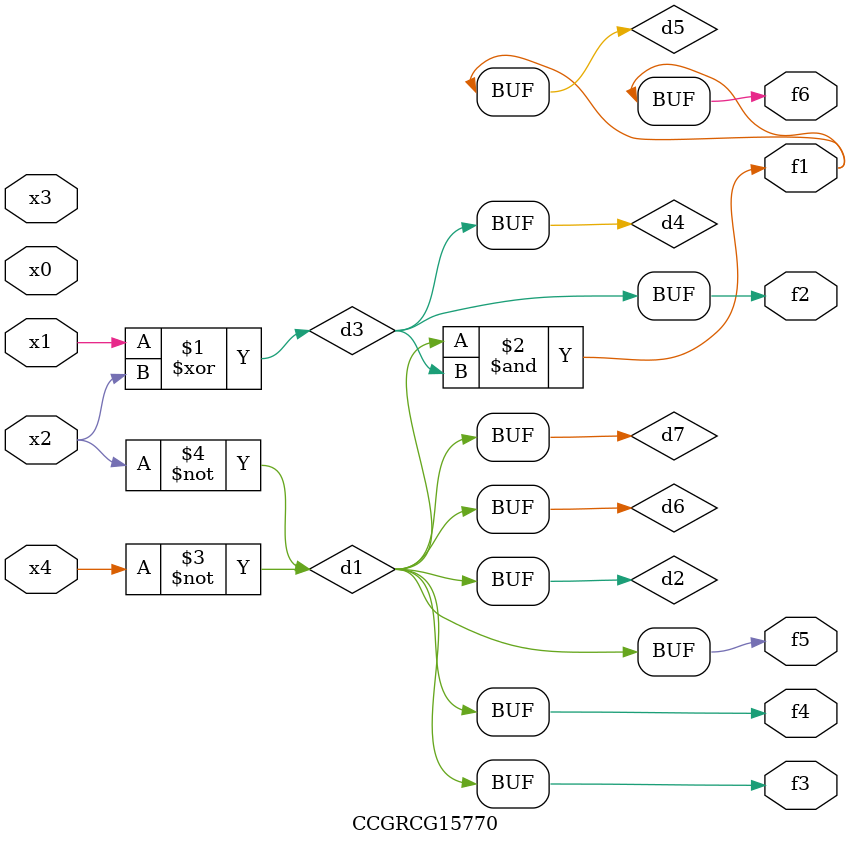
<source format=v>
module CCGRCG15770(
	input x0, x1, x2, x3, x4,
	output f1, f2, f3, f4, f5, f6
);

	wire d1, d2, d3, d4, d5, d6, d7;

	not (d1, x4);
	not (d2, x2);
	xor (d3, x1, x2);
	buf (d4, d3);
	and (d5, d1, d3);
	buf (d6, d1, d2);
	buf (d7, d2);
	assign f1 = d5;
	assign f2 = d4;
	assign f3 = d7;
	assign f4 = d7;
	assign f5 = d7;
	assign f6 = d5;
endmodule

</source>
